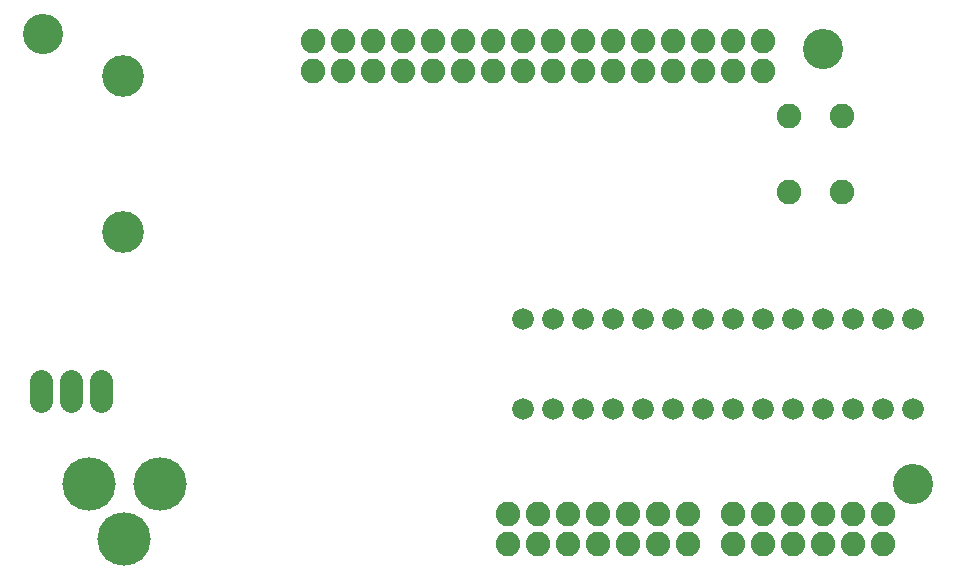
<source format=gbr>
G04 EAGLE Gerber RS-274X export*
G75*
%MOMM*%
%FSLAX34Y34*%
%LPD*%
%INSoldermask Bottom*%
%IPPOS*%
%AMOC8*
5,1,8,0,0,1.08239X$1,22.5*%
G01*
%ADD10C,3.403200*%
%ADD11C,3.530600*%
%ADD12C,2.082800*%
%ADD13C,4.521200*%
%ADD14C,1.912800*%
%ADD15C,1.828800*%


D10*
X38100Y457200D03*
X698500Y444500D03*
X774700Y76200D03*
D11*
X106200Y289941D03*
X106200Y421259D03*
D12*
X647700Y425450D03*
X622300Y425450D03*
X596900Y425450D03*
X571500Y425450D03*
X546100Y425450D03*
X520700Y425450D03*
X495300Y425450D03*
X469900Y425450D03*
X444500Y425450D03*
X419100Y425450D03*
X393700Y425450D03*
X368300Y425450D03*
X342900Y425450D03*
X317500Y425450D03*
X292100Y425450D03*
X266700Y425450D03*
X622300Y50800D03*
X647700Y50800D03*
X673100Y50800D03*
X698500Y50800D03*
X723900Y50800D03*
X749300Y50800D03*
X622300Y25400D03*
X647700Y25400D03*
X673100Y25400D03*
X698500Y25400D03*
X723900Y25400D03*
X749300Y25400D03*
X647700Y450850D03*
X622300Y450850D03*
X596900Y450850D03*
X571500Y450850D03*
X546100Y450850D03*
X520700Y450850D03*
X495300Y450850D03*
X469900Y450850D03*
X444500Y450850D03*
X419100Y450850D03*
X393700Y450850D03*
X368300Y450850D03*
X342900Y450850D03*
X317500Y450850D03*
X292100Y450850D03*
X266700Y450850D03*
X431800Y50800D03*
X457200Y50800D03*
X482600Y50800D03*
X508000Y50800D03*
X533400Y50800D03*
X558800Y50800D03*
X584200Y50800D03*
X431800Y25400D03*
X457200Y25400D03*
X482600Y25400D03*
X508000Y25400D03*
X533400Y25400D03*
X558800Y25400D03*
X584200Y25400D03*
D13*
X137000Y76200D03*
X77000Y76200D03*
X107000Y29200D03*
D14*
X36830Y146392D02*
X36830Y163488D01*
X62230Y163488D02*
X62230Y146392D01*
X87630Y146392D02*
X87630Y163488D01*
D15*
X774700Y215900D03*
X749300Y215900D03*
X723900Y215900D03*
X698500Y215900D03*
X673100Y215900D03*
X647700Y215900D03*
X622300Y215900D03*
X596900Y215900D03*
X571500Y215900D03*
X546100Y215900D03*
X520700Y215900D03*
X495300Y215900D03*
X469900Y215900D03*
X444500Y215900D03*
X444500Y139700D03*
X469900Y139700D03*
X495300Y139700D03*
X520700Y139700D03*
X546100Y139700D03*
X571500Y139700D03*
X596900Y139700D03*
X622300Y139700D03*
X647700Y139700D03*
X673100Y139700D03*
X698500Y139700D03*
X723900Y139700D03*
X749300Y139700D03*
X774700Y139700D03*
D12*
X669544Y323088D03*
X669544Y388112D03*
X714756Y323088D03*
X714756Y388112D03*
M02*

</source>
